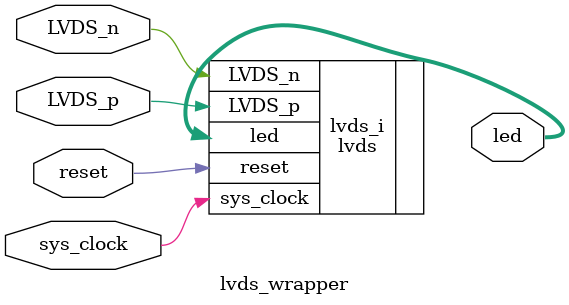
<source format=v>
`timescale 1 ps / 1 ps

module lvds_wrapper
   (LVDS_n,
    LVDS_p,
    led,
    reset,
    sys_clock);
  input LVDS_n;
  input LVDS_p;
  output [3:0]led;
  input reset;
  input sys_clock;

  wire LVDS_n;
  wire LVDS_p;
  wire [3:0]led;
  wire reset;
  wire sys_clock;

  lvds lvds_i
       (.LVDS_n(LVDS_n),
        .LVDS_p(LVDS_p),
        .led(led),
        .reset(reset),
        .sys_clock(sys_clock));
endmodule

</source>
